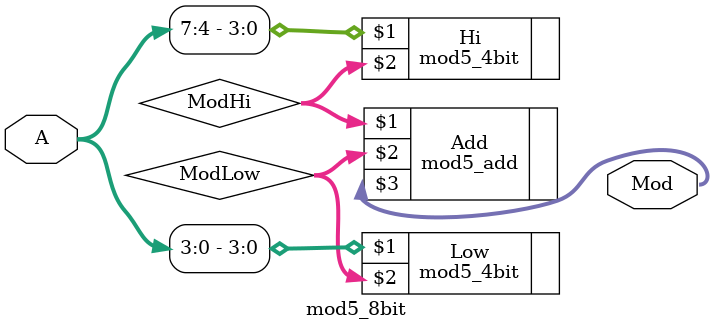
<source format=v>
module mod5_8bit(A, Mod);
  input [7:0] A;
  output [4:0] Mod;

  wire [4:0] ModHi;
  wire [4:0] ModLow;

  mod5_4bit Hi(A[7:4], ModHi);
  mod5_4bit Low(A[3:0], ModLow);

  // No need to do shift as (2**4) % 5 == 1
  mod5_add Add(ModHi, ModLow, Mod);
endmodule

</source>
